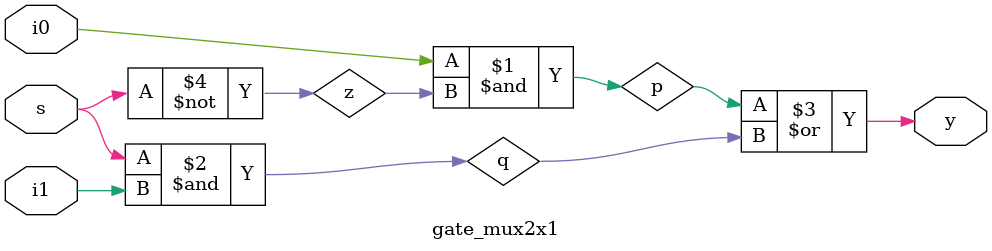
<source format=v>
`timescale 1ns / 1ps
module gate_mux2x1(
    input i0,
    input i1,
    input s,
    output y
    );
wire z,p,q;
not(z,s);
and(p,i0,z);
and(q,s,i1);
or(y,p,q);
endmodule

</source>
